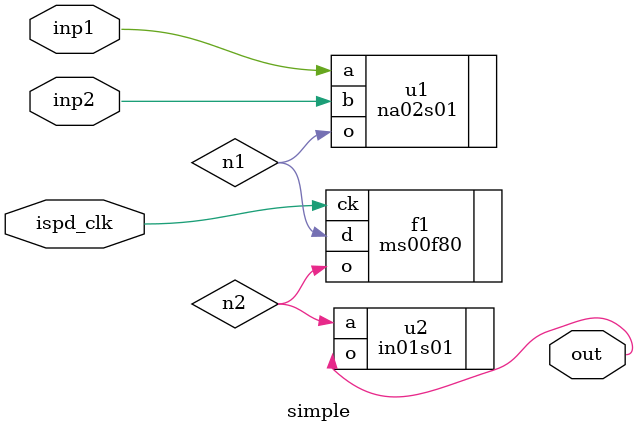
<source format=v>
module simple (
inp1,
inp2,
ispd_clk,
out
);

// Start PIs
input inp1;
input inp2;
input ispd_clk;

// Start POs
output out;

// Start wires
wire n1;
wire n2;
wire inp1;
wire inp2;
wire ispd_clk;
wire out;

// Start cells
na02s01 u1 ( .a(inp1), .b(inp2), .o(n1) );
ms00f80 f1 ( .ck(ispd_clk), .d(n1), .o(n2) );
in01s01 u2 ( .a(n2), .o(out) );

endmodule

</source>
